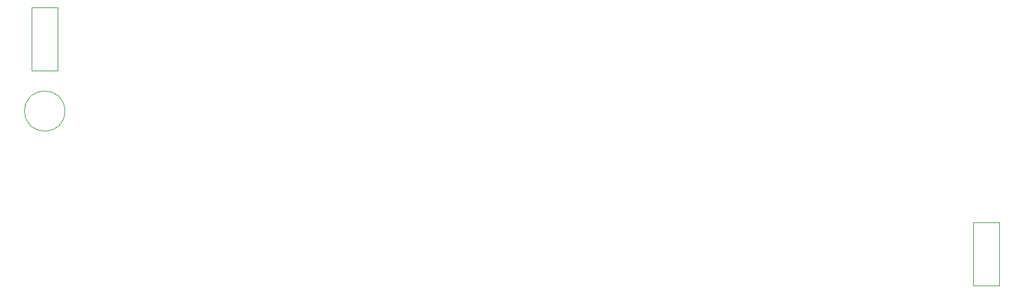
<source format=gbr>
G04 #@! TF.GenerationSoftware,KiCad,Pcbnew,(5.1.5-0-10_14)*
G04 #@! TF.CreationDate,2020-01-20T13:36:02-08:00*
G04 #@! TF.ProjectId,SpectrumAnayzerMini,53706563-7472-4756-9d41-6e61797a6572,rev?*
G04 #@! TF.SameCoordinates,Original*
G04 #@! TF.FileFunction,Other,User*
%FSLAX46Y46*%
G04 Gerber Fmt 4.6, Leading zero omitted, Abs format (unit mm)*
G04 Created by KiCad (PCBNEW (5.1.5-0-10_14)) date 2020-01-20 13:36:02*
%MOMM*%
%LPD*%
G04 APERTURE LIST*
%ADD10C,0.050000*%
G04 APERTURE END LIST*
D10*
X72920000Y-95907000D02*
X69320000Y-95907000D01*
X72920000Y-87257000D02*
X72920000Y-95907000D01*
X69320000Y-87257000D02*
X72920000Y-87257000D01*
X69320000Y-95907000D02*
X69320000Y-87257000D01*
X73870000Y-101453000D02*
G75*
G03X73870000Y-101453000I-2750000J0D01*
G01*
X197844000Y-116691000D02*
X201444000Y-116691000D01*
X197844000Y-125341000D02*
X197844000Y-116691000D01*
X201444000Y-125341000D02*
X197844000Y-125341000D01*
X201444000Y-116691000D02*
X201444000Y-125341000D01*
M02*

</source>
